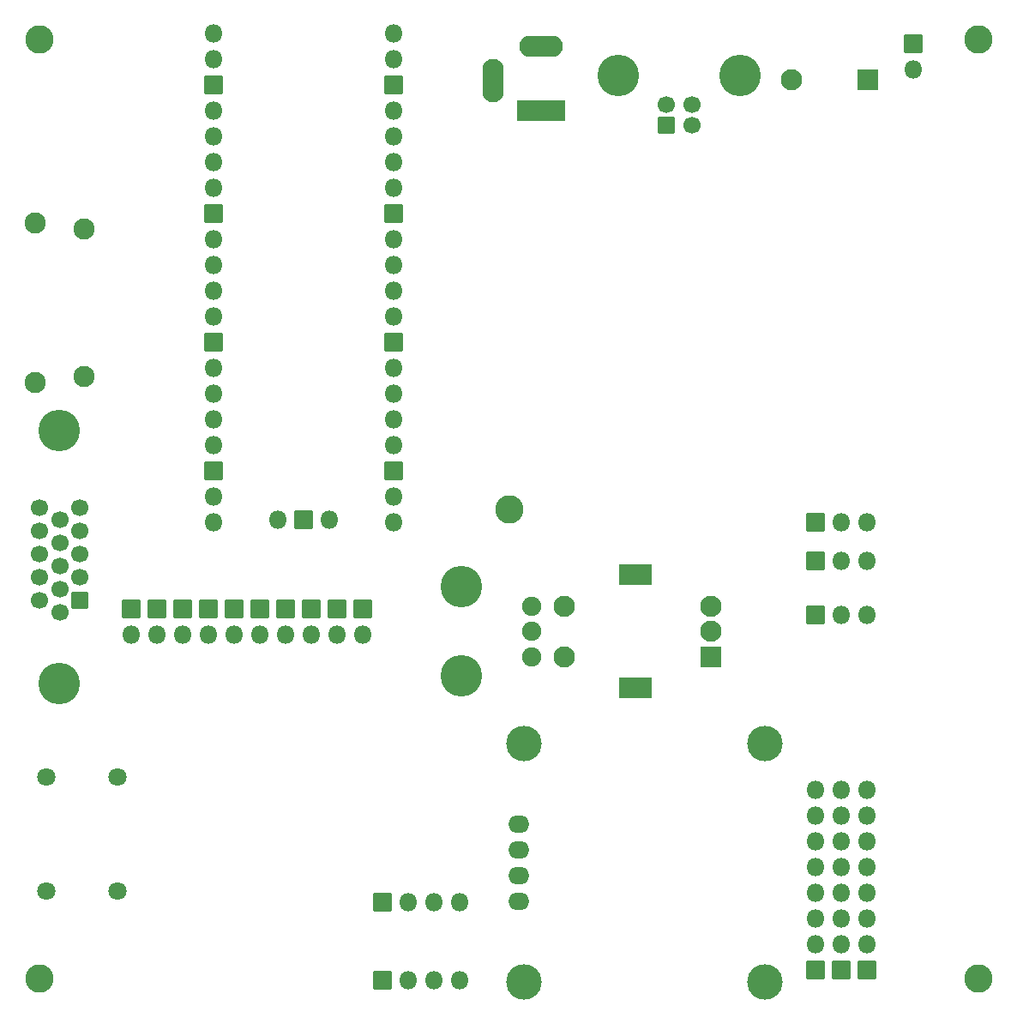
<source format=gbs>
G04 #@! TF.GenerationSoftware,KiCad,Pcbnew,(6.99.0-1115-g98f4b1d16c)*
G04 #@! TF.CreationDate,2022-03-30T22:22:08+02:00*
G04 #@! TF.ProjectId,rpi_pico_kit,7270695f-7069-4636-9f5f-6b69742e6b69,1*
G04 #@! TF.SameCoordinates,Original*
G04 #@! TF.FileFunction,Soldermask,Bot*
G04 #@! TF.FilePolarity,Negative*
%FSLAX46Y46*%
G04 Gerber Fmt 4.6, Leading zero omitted, Abs format (unit mm)*
G04 Created by KiCad (PCBNEW (6.99.0-1115-g98f4b1d16c)) date 2022-03-30 22:22:08*
%MOMM*%
%LPD*%
G01*
G04 APERTURE LIST*
G04 Aperture macros list*
%AMRoundRect*
0 Rectangle with rounded corners*
0 $1 Rounding radius*
0 $2 $3 $4 $5 $6 $7 $8 $9 X,Y pos of 4 corners*
0 Add a 4 corners polygon primitive as box body*
4,1,4,$2,$3,$4,$5,$6,$7,$8,$9,$2,$3,0*
0 Add four circle primitives for the rounded corners*
1,1,$1+$1,$2,$3*
1,1,$1+$1,$4,$5*
1,1,$1+$1,$6,$7*
1,1,$1+$1,$8,$9*
0 Add four rect primitives between the rounded corners*
20,1,$1+$1,$2,$3,$4,$5,0*
20,1,$1+$1,$4,$5,$6,$7,0*
20,1,$1+$1,$6,$7,$8,$9,0*
20,1,$1+$1,$8,$9,$2,$3,0*%
G04 Aperture macros list end*
%ADD10RoundRect,0.050000X-0.850000X-0.850000X0.850000X-0.850000X0.850000X0.850000X-0.850000X0.850000X0*%
%ADD11O,1.800000X1.800000*%
%ADD12C,2.800000*%
%ADD13RoundRect,0.050000X1.000000X1.000000X-1.000000X1.000000X-1.000000X-1.000000X1.000000X-1.000000X0*%
%ADD14C,2.100000*%
%ADD15RoundRect,0.050000X1.600000X1.000000X-1.600000X1.000000X-1.600000X-1.000000X1.600000X-1.000000X0*%
%ADD16C,1.800000*%
%ADD17C,4.100000*%
%ADD18RoundRect,0.050000X-0.800000X0.800000X-0.800000X-0.800000X0.800000X-0.800000X0.800000X0.800000X0*%
%ADD19C,1.700000*%
%ADD20RoundRect,0.050000X0.850000X0.850000X-0.850000X0.850000X-0.850000X-0.850000X0.850000X-0.850000X0*%
%ADD21RoundRect,0.050000X0.850000X-0.850000X0.850000X0.850000X-0.850000X0.850000X-0.850000X-0.850000X0*%
%ADD22RoundRect,0.050000X2.300000X1.000000X-2.300000X1.000000X-2.300000X-1.000000X2.300000X-1.000000X0*%
%ADD23O,4.300000X2.100000*%
%ADD24O,2.100000X4.300000*%
%ADD25C,3.500000*%
%ADD26O,2.100000X1.700000*%
%ADD27RoundRect,0.050000X0.800000X0.800000X-0.800000X0.800000X-0.800000X-0.800000X0.800000X-0.800000X0*%
%ADD28C,1.900000*%
%ADD29C,2.095000*%
G04 APERTURE END LIST*
D10*
X57912000Y-97484250D03*
D11*
X57911999Y-100024249D03*
X58419999Y-40639999D03*
X58419999Y-43179999D03*
D10*
X58420000Y-45720000D03*
D11*
X58419999Y-48259999D03*
X58419999Y-50799999D03*
X58419999Y-53339999D03*
X58419999Y-55879999D03*
D10*
X58420000Y-58420000D03*
D11*
X58419999Y-60959999D03*
X58419999Y-63499999D03*
X58419999Y-66039999D03*
X58419999Y-68579999D03*
D10*
X58420000Y-71120000D03*
D11*
X58419999Y-73659999D03*
X58419999Y-76199999D03*
X58419999Y-78739999D03*
X58419999Y-81279999D03*
D10*
X58420000Y-83820000D03*
D11*
X58419999Y-86359999D03*
X58419999Y-88899999D03*
X76199999Y-88899999D03*
X76199999Y-86359999D03*
D10*
X76200000Y-83820000D03*
D11*
X76199999Y-81279999D03*
X76199999Y-78739999D03*
X76199999Y-76199999D03*
X76199999Y-73659999D03*
D10*
X76200000Y-71120000D03*
D11*
X76199999Y-68579999D03*
X76199999Y-66039999D03*
X76199999Y-63499999D03*
X76199999Y-60959999D03*
D10*
X76200000Y-58420000D03*
D11*
X76199999Y-55879999D03*
X76199999Y-53339999D03*
X76199999Y-50799999D03*
X76199999Y-48259999D03*
D10*
X76200000Y-45720000D03*
D11*
X76199999Y-43179999D03*
X76199999Y-40639999D03*
X64769999Y-88669999D03*
D10*
X67310000Y-88670000D03*
D11*
X69849999Y-88669999D03*
D12*
X133985000Y-133985000D03*
D13*
X107580000Y-102195000D03*
D14*
X107580000Y-97195000D03*
X107580000Y-99695000D03*
D15*
X100080000Y-105295000D03*
X100080000Y-94095000D03*
D14*
X93080000Y-97195000D03*
X93080000Y-102195000D03*
D10*
X50292000Y-97484250D03*
D11*
X50291999Y-100024249D03*
D16*
X41950000Y-125349000D03*
X48950000Y-125349000D03*
D17*
X43185000Y-79840000D03*
X43185000Y-104840000D03*
D18*
X45235000Y-96655000D03*
D19*
X45235000Y-94365000D03*
X45235000Y-92075000D03*
X45235000Y-89785000D03*
X45235000Y-87495000D03*
X43255000Y-97800000D03*
X43255000Y-95510000D03*
X43255000Y-93220000D03*
X43255000Y-90930000D03*
X43255000Y-88640000D03*
X41275000Y-96655000D03*
X41275000Y-94365000D03*
X41275000Y-92075000D03*
X41275000Y-89785000D03*
X41275000Y-87495000D03*
D20*
X122936000Y-133096000D03*
D11*
X122935999Y-130555999D03*
X122935999Y-128015999D03*
X122935999Y-125475999D03*
X122935999Y-122935999D03*
X122935999Y-120395999D03*
X122935999Y-117855999D03*
X122935999Y-115315999D03*
D12*
X87630000Y-87630000D03*
X41275000Y-133985000D03*
D21*
X117856000Y-98044000D03*
D11*
X120395999Y-98043999D03*
X122935999Y-98043999D03*
D20*
X120396000Y-133096000D03*
D11*
X120395999Y-130555999D03*
X120395999Y-128015999D03*
X120395999Y-125475999D03*
X120395999Y-122935999D03*
X120395999Y-120395999D03*
X120395999Y-117855999D03*
X120395999Y-115315999D03*
D10*
X52832000Y-97484250D03*
D11*
X52831999Y-100024249D03*
D22*
X90820000Y-48260000D03*
D23*
X90819999Y-41959999D03*
D24*
X86019999Y-45359999D03*
D21*
X75145500Y-126482000D03*
D11*
X77685499Y-126481999D03*
X80225499Y-126481999D03*
X82765499Y-126481999D03*
D10*
X70612000Y-97484250D03*
D11*
X70611999Y-100024249D03*
D21*
X117871000Y-88900950D03*
D11*
X120410999Y-88900949D03*
X122950999Y-88900949D03*
D16*
X41950000Y-114046000D03*
X48950000Y-114046000D03*
D10*
X62992000Y-97484250D03*
D11*
X62991999Y-100024249D03*
D21*
X117871000Y-92710950D03*
D11*
X120410999Y-92710949D03*
X122950999Y-92710949D03*
D20*
X117856000Y-133096000D03*
D11*
X117855999Y-130555999D03*
X117855999Y-128015999D03*
X117855999Y-125475999D03*
X117855999Y-122935999D03*
X117855999Y-120395999D03*
X117855999Y-117855999D03*
X117855999Y-115315999D03*
D10*
X127508000Y-41656000D03*
D11*
X127507999Y-44195999D03*
D25*
X112865000Y-110805000D03*
X89065000Y-110805000D03*
X112865000Y-134305000D03*
X89065000Y-134305000D03*
D26*
X88564999Y-118744999D03*
X88564999Y-121284999D03*
X88564999Y-123824999D03*
X88564999Y-126364999D03*
D10*
X73152000Y-97484250D03*
D11*
X73151999Y-100024249D03*
D13*
X123063000Y-45212000D03*
D14*
X115463000Y-45212000D03*
D10*
X65532000Y-97484250D03*
D11*
X65531999Y-100024249D03*
D10*
X60452000Y-97484250D03*
D11*
X60451999Y-100024249D03*
D27*
X103144000Y-49713500D03*
D19*
X105644000Y-49713500D03*
X105644000Y-47713500D03*
X103144000Y-47713500D03*
D17*
X98394000Y-44853500D03*
X110394000Y-44853500D03*
X82870000Y-104095000D03*
X82870000Y-95295000D03*
D28*
X89870000Y-97195000D03*
X89870000Y-99695000D03*
X89870000Y-102195000D03*
D12*
X41275000Y-41275000D03*
D10*
X55372000Y-97484250D03*
D11*
X55371999Y-100024249D03*
D12*
X133985000Y-41275000D03*
D29*
X40794500Y-59409200D03*
X45694500Y-60009200D03*
X45694500Y-74509200D03*
X40794500Y-75109200D03*
D21*
X75145500Y-134112000D03*
D11*
X77685499Y-134111999D03*
X80225499Y-134111999D03*
X82765499Y-134111999D03*
D10*
X68072000Y-97484250D03*
D11*
X68071999Y-100024249D03*
M02*

</source>
